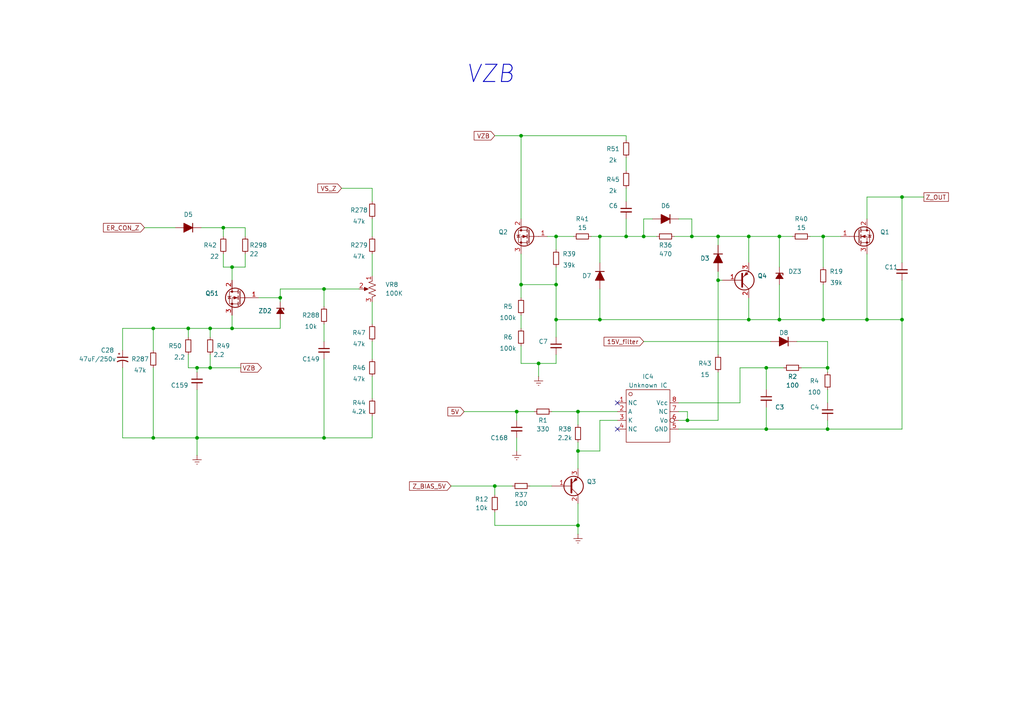
<source format=kicad_sch>
(kicad_sch (version 20231120) (generator "eeschema") (generator_version "8.0")
  (paper "A4")
  (title_block (title "X BOARD LG PLASMA TV PANEL") (date "2025-04-03") (rev "1.0") (comment 1 "Author: Fábio Pereira da Silva") (comment 2 "VZB"))
  (lib_symbols
    (symbol "Device:C_Polarized_Small_US" (pin_numbers hide) (pin_names (offset 0.254) hide)
      (property "Reference" "C" (at 0.254 1.778 0))
      (property "Value" "C_Polarized_Small_US" (at 0.254 -2.032 0))
      (symbol "C_Polarized_Small_US_0_1"
        (polyline (pts (xy -1.524 0.508) (xy 1.524 0.508)) (stroke (width 0.3048)))
        (polyline (pts (xy -1.27 1.524) (xy -0.762 1.524)))
        (polyline (pts (xy -1.016 1.27) (xy -1.016 1.778)))
        (arc (start 1.524 -0.762) (mid 0 -0.3734) (end -1.524 -0.762) (stroke (width 0.3048)))
      )
      (symbol "C_Polarized_Small_US_1_1"
        (pin passive line (at 0 2.54 270) (length 2.032) (name "~") (number "1"))
        (pin passive line (at 0 -2.54 90) (length 2.032) (name "~") (number "2"))
      )
    )
    (symbol "Device:C_Small" (pin_numbers hide) (pin_names (offset 0.254) hide)
      (property "Reference" "C" (at 0.254 1.778 0))
      (property "Value" "C_Small" (at 0.254 -2.032 0))
      (symbol "C_Small_0_1"
        (polyline (pts (xy -1.524 -0.508) (xy 1.524 -0.508)) (stroke (width 0.3302)))
        (polyline (pts (xy -1.524 0.508) (xy 1.524 0.508)) (stroke (width 0.3048)))
      )
      (symbol "C_Small_1_1"
        (pin passive line (at 0 2.54 270) (length 2.032) (name "~") (number "1"))
        (pin passive line (at 0 -2.54 90) (length 2.032) (name "~") (number "2"))
      )
    )
    (symbol "Device:D_Filled" (pin_numbers hide) (pin_names (offset 1.016) hide)
      (property "Reference" "D" (at 0 2.54 0))
      (property "Value" "D_Filled" (at 0 -2.54 0))
      (symbol "D_Filled_0_1"
        (polyline (pts (xy -1.27 1.27) (xy -1.27 -1.27)) (stroke (width 0.254)))
        (polyline (pts (xy 1.27 0) (xy -1.27 0)))
        (polyline (pts (xy 1.27 1.27) (xy 1.27 -1.27) (xy -1.27 0) (xy 1.27 1.27)) (stroke (width 0.254)) (fill (type outline)))
      )
      (symbol "D_Filled_1_1"
        (pin passive line (at -3.81 0 0) (length 2.54) (name "K") (number "1"))
        (pin passive line (at 3.81 0 180) (length 2.54) (name "A") (number "2"))
      )
    )
    (symbol "Device:D_Zener_Small_Filled" (pin_numbers hide) (pin_names (offset 0.254) hide)
      (property "Reference" "D" (at 0 2.286 0))
      (property "Value" "D_Zener_Small_Filled" (at 0 -2.286 0))
      (symbol "D_Zener_Small_Filled_0_1"
        (polyline (pts (xy 0.762 0) (xy -0.762 0)))
        (polyline (pts (xy -0.254 1.016) (xy -0.762 1.016) (xy -0.762 -1.016)) (stroke (width 0.254)))
        (polyline (pts (xy 0.762 1.016) (xy -0.762 0) (xy 0.762 -1.016) (xy 0.762 1.016)) (stroke (width 0.254)) (fill (type outline)))
      )
      (symbol "D_Zener_Small_Filled_1_1"
        (pin passive line (at -2.54 0 0) (length 1.778) (name "K") (number "1"))
        (pin passive line (at 2.54 0 180) (length 1.778) (name "A") (number "2"))
      )
    )
    (symbol "Device:Q_NMOS_GDS" (pin_names (offset 0) hide)
      (property "Reference" "Q" (at 5.08 1.27 0))
      (property "Value" "Q_NMOS_GDS" (at 5.08 -1.27 0))
      (symbol "Q_NMOS_GDS_0_1"
        (polyline (pts (xy 0.254 0) (xy -2.54 0)))
        (polyline (pts (xy 0.254 1.905) (xy 0.254 -1.905)) (stroke (width 0.254)))
        (polyline (pts (xy 0.762 -1.27) (xy 0.762 -2.286)) (stroke (width 0.254)))
        (polyline (pts (xy 0.762 0.508) (xy 0.762 -0.508)) (stroke (width 0.254)))
        (polyline (pts (xy 0.762 2.286) (xy 0.762 1.27)) (stroke (width 0.254)))
        (polyline (pts (xy 2.54 2.54) (xy 2.54 1.778)))
        (polyline (pts (xy 2.54 -2.54) (xy 2.54 0) (xy 0.762 0)))
        (polyline (pts (xy 0.762 -1.778) (xy 3.302 -1.778) (xy 3.302 1.778) (xy 0.762 1.778)))
        (polyline (pts (xy 1.016 0) (xy 2.032 0.381) (xy 2.032 -0.381) (xy 1.016 0)) (fill (type outline)))
        (polyline (pts (xy 2.794 0.508) (xy 2.921 0.381) (xy 3.683 0.381) (xy 3.81 0.254)))
        (polyline (pts (xy 3.302 0.381) (xy 2.921 -0.254) (xy 3.683 -0.254) (xy 3.302 0.381)))
        (circle (center 1.651 0) (radius 2.794) (stroke (width 0.254)))
        (circle (center 2.54 -1.778) (radius 0.254) (fill (type outline)))
        (circle (center 2.54 1.778) (radius 0.254) (fill (type outline)))
      )
      (symbol "Q_NMOS_GDS_1_1"
        (pin input line (at -5.08 0 0) (length 2.54) (name "G") (number "1"))
        (pin passive line (at 2.54 5.08 270) (length 2.54) (name "D") (number "2"))
        (pin passive line (at 2.54 -5.08 90) (length 2.54) (name "S") (number "3"))
      )
    )
    (symbol "Device:Q_PNP_BCE" (pin_names (offset 0) hide)
      (property "Reference" "Q" (at 5.08 1.27 0))
      (property "Value" "Q_PNP_BCE" (at 5.08 -1.27 0))
      (symbol "Q_PNP_BCE_0_1"
        (polyline (pts (xy 0.635 0.635) (xy 2.54 2.54)))
        (polyline (pts (xy 0.635 -0.635) (xy 2.54 -2.54) (xy 2.54 -2.54)))
        (polyline (pts (xy 0.635 1.905) (xy 0.635 -1.905) (xy 0.635 -1.905)) (stroke (width 0.508)))
        (polyline (pts (xy 2.286 -1.778) (xy 1.778 -2.286) (xy 1.27 -1.27) (xy 2.286 -1.778) (xy 2.286 -1.778)) (fill (type outline)))
        (circle (center 1.27 0) (radius 2.8194) (stroke (width 0.254)))
      )
      (symbol "Q_PNP_BCE_1_1"
        (pin input line (at -5.08 0 0) (length 5.715) (name "B") (number "1"))
        (pin passive line (at 2.54 5.08 270) (length 2.54) (name "C") (number "2"))
        (pin passive line (at 2.54 -5.08 90) (length 2.54) (name "E") (number "3"))
      )
    )
    (symbol "Device:R_Potentiometer_US" (pin_names (offset 1.016) hide)
      (property "Reference" "RV" (at -4.445 0 90))
      (property "Value" "R_Potentiometer_US" (at -2.54 0 90))
      (symbol "R_Potentiometer_US_0_1"
        (polyline (pts (xy 0 -2.286) (xy 0 -2.54)))
        (polyline (pts (xy 0 2.54) (xy 0 2.286)))
        (polyline (pts (xy 2.54 0) (xy 1.524 0)))
        (polyline (pts (xy 1.143 0) (xy 2.286 0.508) (xy 2.286 -0.508) (xy 1.143 0)) (fill (type outline)))
        (polyline (pts (xy 0 -0.762) (xy 1.016 -1.143) (xy 0 -1.524) (xy -1.016 -1.905) (xy 0 -2.286)))
        (polyline (pts (xy 0 0.762) (xy 1.016 0.381) (xy 0 0) (xy -1.016 -0.381) (xy 0 -0.762)))
        (polyline (pts (xy 0 2.286) (xy 1.016 1.905) (xy 0 1.524) (xy -1.016 1.143) (xy 0 0.762)))
      )
      (symbol "R_Potentiometer_US_1_1"
        (pin passive line (at 0 3.81 270) (length 1.27) (name "1") (number "1"))
        (pin passive line (at 3.81 0 180) (length 1.27) (name "2") (number "2"))
        (pin passive line (at 0 -3.81 90) (length 1.27) (name "3") (number "3"))
      )
    )
    (symbol "Device:R_Small" (pin_numbers hide) (pin_names (offset 0.254) hide)
      (property "Reference" "R" (at 0.762 0.508 0))
      (property "Value" "R_Small" (at 0.762 -1.016 0))
      (symbol "R_Small_0_1"
        (rectangle (start -0.762 1.778) (end 0.762 -1.778) (stroke (width 0.2032)))
      )
      (symbol "R_Small_1_1"
        (pin passive line (at 0 2.54 270) (length 0.762) (name "~") (number "1"))
        (pin passive line (at 0 -2.54 90) (length 0.762) (name "~") (number "2"))
      )
    )
    (symbol "irf_s21850:3411918"
      (property "Reference" "U" (at 0 1.016 0))
      (symbol "3411918_0_1"
        (rectangle (start -6.35 0) (end 6.35 -15.24))
        (circle (center -5.08 -1.27) (radius 0.5))
      )
      (symbol "3411918_1_1"
        (pin free line (at -8.89 -3.81 0) (length 2.54) (name "NC") (number "1"))
        (pin passive line (at -8.89 -6.35 0) (length 2.54) (name "A") (number "2"))
        (pin passive line (at -8.89 -8.89 0) (length 2.54) (name "K") (number "3"))
        (pin free line (at -8.89 -11.43 0) (length 2.54) (name "NC") (number "4"))
        (pin power_in line (at 8.89 -11.43 180) (length 2.54) (name "GND") (number "5"))
        (pin passive inverted (at 8.89 -8.89 180) (length 2.54) (name "Vo") (number "6"))
        (pin free line (at 8.89 -6.35 180) (length 2.54) (name "NC") (number "7"))
        (pin power_in line (at 8.89 -3.81 180) (length 2.54) (name "Vcc") (number "8"))
      )
    )
    (symbol "power:Earth" (power) (pin_numbers hide) (pin_names (offset 0) hide)
      (property "Value" "Earth" (at 0 -3.81 0))
      (symbol "Earth_0_1"
        (polyline (pts (xy -0.635 -1.905) (xy 0.635 -1.905)))
        (polyline (pts (xy -0.127 -2.54) (xy 0.127 -2.54)))
        (polyline (pts (xy 0 -1.27) (xy 0 0)))
        (polyline (pts (xy 1.27 -1.27) (xy -1.27 -1.27)))
      )
      (symbol "Earth_1_1"
        (pin power_in line (at 0 0 270) (length 0) (name "~") (number "1"))
      )
    )
  )
  (junction (at 57.15 106.68))
  (junction (at 173.99 68.58))
  (junction (at 251.46 92.71))
  (junction (at 64.77 66.04))
  (junction (at 167.64 152.4))
  (junction (at 240.03 124.46))
  (junction (at 93.98 127))
  (junction (at 161.29 68.58))
  (junction (at 167.64 119.38))
  (junction (at 238.76 92.71))
  (junction (at 57.15 127))
  (junction (at 200.66 68.58))
  (junction (at 151.13 82.55))
  (junction (at 60.96 106.68))
  (junction (at 208.28 81.28))
  (junction (at 161.29 82.55))
  (junction (at 81.28 86.36))
  (junction (at 222.25 124.46))
  (junction (at 208.28 68.58))
  (junction (at 60.96 95.25))
  (junction (at 143.51 140.97))
  (junction (at 217.17 68.58))
  (junction (at 217.17 92.71))
  (junction (at 151.13 39.37))
  (junction (at 149.86 119.38))
  (junction (at 226.06 92.71))
  (junction (at 186.69 68.58))
  (junction (at 173.99 92.71))
  (junction (at 93.98 83.82))
  (junction (at 181.61 68.58))
  (junction (at 199.39 121.92))
  (junction (at 240.03 106.68))
  (junction (at 238.76 68.58))
  (junction (at 167.64 130.81))
  (junction (at 261.62 92.71))
  (junction (at 261.62 57.15))
  (junction (at 156.21 105.41))
  (junction (at 67.31 77.47))
  (junction (at 44.45 95.25))
  (junction (at 226.06 68.58))
  (junction (at 222.25 106.68))
  (junction (at 44.45 127))
  (junction (at 54.61 95.25))
  (junction (at 161.29 92.71))
  (junction (at 67.31 95.25))
  (no_connect (at 179.07 116.84))
  (no_connect (at 179.07 124.46))
  (wire (pts (xy 143.51 152.4) (xy 167.64 152.4)))
  (wire (pts (xy 151.13 73.66) (xy 151.13 82.55)))
  (wire (pts (xy 57.15 127) (xy 57.15 132.08)))
  (wire (pts (xy 151.13 82.55) (xy 161.29 82.55)))
  (wire (pts (xy 149.86 119.38) (xy 149.86 121.92)))
  (wire (pts (xy 251.46 73.66) (xy 251.46 92.71)))
  (wire (pts (xy 226.06 68.58) (xy 217.17 68.58)))
  (wire (pts (xy 81.28 83.82) (xy 81.28 86.36)))
  (wire (pts (xy 93.98 104.14) (xy 93.98 127)))
  (wire (pts (xy 222.25 118.11) (xy 222.25 124.46)))
  (wire (pts (xy 57.15 106.68) (xy 57.15 107.95)))
  (wire (pts (xy 238.76 92.71) (xy 226.06 92.71)))
  (wire (pts (xy 196.85 121.92) (xy 199.39 121.92)))
  (wire (pts (xy 93.98 93.98) (xy 93.98 99.06)))
  (wire (pts (xy 54.61 106.68) (xy 54.61 102.87)))
  (wire (pts (xy 208.28 71.12) (xy 208.28 68.58)))
  (wire (pts (xy 238.76 82.55) (xy 238.76 92.71)))
  (wire (pts (xy 208.28 121.92) (xy 199.39 121.92)))
  (wire (pts (xy 209.55 81.28) (xy 208.28 81.28)))
  (wire (pts (xy 200.66 68.58) (xy 195.58 68.58)))
  (wire (pts (xy 186.69 99.06) (xy 223.52 99.06)))
  (wire (pts (xy 214.63 106.68) (xy 214.63 116.84)))
  (wire (pts (xy 161.29 105.41) (xy 156.21 105.41)))
  (wire (pts (xy 186.69 68.58) (xy 181.61 68.58)))
  (wire (pts (xy 240.03 113.03) (xy 240.03 116.84)))
  (wire (pts (xy 151.13 105.41) (xy 151.13 100.33)))
  (wire (pts (xy 57.15 113.03) (xy 57.15 127)))
  (wire (pts (xy 60.96 102.87) (xy 60.96 106.68)))
  (wire (pts (xy 261.62 92.71) (xy 251.46 92.71)))
  (wire (pts (xy 64.77 66.04) (xy 71.12 66.04)))
  (wire (pts (xy 189.23 63.5) (xy 186.69 63.5)))
  (wire (pts (xy 107.95 54.61) (xy 107.95 58.42)))
  (wire (pts (xy 186.69 63.5) (xy 186.69 68.58)))
  (wire (pts (xy 161.29 92.71) (xy 161.29 97.79)))
  (wire (pts (xy 93.98 127) (xy 107.95 127)))
  (wire (pts (xy 44.45 106.68) (xy 44.45 127)))
  (wire (pts (xy 226.06 68.58) (xy 229.87 68.58)))
  (wire (pts (xy 57.15 127) (xy 93.98 127)))
  (wire (pts (xy 44.45 95.25) (xy 44.45 101.6)))
  (wire (pts (xy 222.25 124.46) (xy 240.03 124.46)))
  (wire (pts (xy 60.96 95.25) (xy 60.96 97.79)))
  (wire (pts (xy 222.25 106.68) (xy 214.63 106.68)))
  (wire (pts (xy 54.61 95.25) (xy 54.61 97.79)))
  (wire (pts (xy 143.51 140.97) (xy 143.51 143.51)))
  (wire (pts (xy 217.17 86.36) (xy 217.17 92.71)))
  (wire (pts (xy 200.66 63.5) (xy 200.66 68.58)))
  (wire (pts (xy 261.62 57.15) (xy 251.46 57.15)))
  (wire (pts (xy 151.13 39.37) (xy 181.61 39.37)))
  (wire (pts (xy 251.46 92.71) (xy 238.76 92.71)))
  (wire (pts (xy 54.61 95.25) (xy 60.96 95.25)))
  (wire (pts (xy 151.13 82.55) (xy 151.13 86.36)))
  (wire (pts (xy 173.99 130.81) (xy 173.99 121.92)))
  (wire (pts (xy 217.17 76.2) (xy 217.17 68.58)))
  (wire (pts (xy 161.29 68.58) (xy 161.29 72.39)))
  (wire (pts (xy 107.95 63.5) (xy 107.95 68.58)))
  (wire (pts (xy 158.75 68.58) (xy 161.29 68.58)))
  (wire (pts (xy 240.03 121.92) (xy 240.03 124.46)))
  (wire (pts (xy 67.31 95.25) (xy 67.31 91.44)))
  (wire (pts (xy 167.64 146.05) (xy 167.64 152.4)))
  (wire (pts (xy 181.61 68.58) (xy 181.61 63.5)))
  (wire (pts (xy 44.45 95.25) (xy 54.61 95.25)))
  (wire (pts (xy 156.21 105.41) (xy 156.21 109.22)))
  (wire (pts (xy 173.99 92.71) (xy 217.17 92.71)))
  (wire (pts (xy 261.62 81.28) (xy 261.62 92.71)))
  (wire (pts (xy 167.64 119.38) (xy 167.64 123.19)))
  (wire (pts (xy 214.63 116.84) (xy 196.85 116.84)))
  (wire (pts (xy 167.64 130.81) (xy 167.64 128.27)))
  (wire (pts (xy 44.45 127) (xy 57.15 127)))
  (wire (pts (xy 71.12 66.04) (xy 71.12 68.58)))
  (wire (pts (xy 60.96 106.68) (xy 69.85 106.68)))
  (wire (pts (xy 161.29 82.55) (xy 161.29 92.71)))
  (wire (pts (xy 208.28 107.95) (xy 208.28 121.92)))
  (wire (pts (xy 57.15 106.68) (xy 60.96 106.68)))
  (wire (pts (xy 130.81 140.97) (xy 143.51 140.97)))
  (wire (pts (xy 161.29 92.71) (xy 173.99 92.71)))
  (wire (pts (xy 200.66 68.58) (xy 208.28 68.58)))
  (wire (pts (xy 222.25 106.68) (xy 227.33 106.68)))
  (wire (pts (xy 93.98 83.82) (xy 104.14 83.82)))
  (wire (pts (xy 167.64 130.81) (xy 167.64 135.89)))
  (wire (pts (xy 190.5 68.58) (xy 186.69 68.58)))
  (wire (pts (xy 181.61 39.37) (xy 181.61 40.64)))
  (wire (pts (xy 217.17 68.58) (xy 208.28 68.58)))
  (wire (pts (xy 160.02 119.38) (xy 167.64 119.38)))
  (wire (pts (xy 181.61 45.72) (xy 181.61 49.53)))
  (wire (pts (xy 81.28 86.36) (xy 81.28 87.63)))
  (wire (pts (xy 41.91 66.04) (xy 50.8 66.04)))
  (wire (pts (xy 67.31 77.47) (xy 67.31 81.28)))
  (wire (pts (xy 232.41 106.68) (xy 240.03 106.68)))
  (wire (pts (xy 60.96 95.25) (xy 67.31 95.25)))
  (wire (pts (xy 35.56 127) (xy 44.45 127)))
  (wire (pts (xy 64.77 77.47) (xy 67.31 77.47)))
  (wire (pts (xy 149.86 127) (xy 149.86 130.81)))
  (wire (pts (xy 149.86 119.38) (xy 154.94 119.38)))
  (wire (pts (xy 35.56 101.6) (xy 35.56 95.25)))
  (wire (pts (xy 35.56 95.25) (xy 44.45 95.25)))
  (wire (pts (xy 208.28 81.28) (xy 208.28 78.74)))
  (wire (pts (xy 161.29 68.58) (xy 166.37 68.58)))
  (wire (pts (xy 173.99 68.58) (xy 181.61 68.58)))
  (wire (pts (xy 226.06 92.71) (xy 217.17 92.71)))
  (wire (pts (xy 134.62 119.38) (xy 149.86 119.38)))
  (wire (pts (xy 153.67 140.97) (xy 160.02 140.97)))
  (wire (pts (xy 196.85 63.5) (xy 200.66 63.5)))
  (wire (pts (xy 181.61 54.61) (xy 181.61 58.42)))
  (wire (pts (xy 71.12 73.66) (xy 71.12 77.47)))
  (wire (pts (xy 196.85 124.46) (xy 222.25 124.46)))
  (wire (pts (xy 261.62 57.15) (xy 267.97 57.15)))
  (wire (pts (xy 81.28 92.71) (xy 81.28 95.25)))
  (wire (pts (xy 107.95 99.06) (xy 107.95 104.14)))
  (wire (pts (xy 173.99 68.58) (xy 173.99 76.2)))
  (wire (pts (xy 226.06 77.47) (xy 226.06 68.58)))
  (wire (pts (xy 171.45 68.58) (xy 173.99 68.58)))
  (wire (pts (xy 261.62 124.46) (xy 261.62 92.71)))
  (wire (pts (xy 167.64 152.4) (xy 167.64 154.94)))
  (wire (pts (xy 81.28 83.82) (xy 93.98 83.82)))
  (wire (pts (xy 234.95 68.58) (xy 238.76 68.58)))
  (wire (pts (xy 251.46 57.15) (xy 251.46 63.5)))
  (wire (pts (xy 167.64 130.81) (xy 173.99 130.81)))
  (wire (pts (xy 99.06 54.61) (xy 107.95 54.61)))
  (wire (pts (xy 74.93 86.36) (xy 81.28 86.36)))
  (wire (pts (xy 67.31 95.25) (xy 81.28 95.25)))
  (wire (pts (xy 199.39 121.92) (xy 199.39 119.38)))
  (wire (pts (xy 67.31 77.47) (xy 71.12 77.47)))
  (wire (pts (xy 173.99 121.92) (xy 179.07 121.92)))
  (wire (pts (xy 143.51 148.59) (xy 143.51 152.4)))
  (wire (pts (xy 240.03 124.46) (xy 261.62 124.46)))
  (wire (pts (xy 107.95 109.22) (xy 107.95 115.57)))
  (wire (pts (xy 148.59 140.97) (xy 143.51 140.97)))
  (wire (pts (xy 167.64 119.38) (xy 179.07 119.38)))
  (wire (pts (xy 226.06 82.55) (xy 226.06 92.71)))
  (wire (pts (xy 107.95 73.66) (xy 107.95 80.01)))
  (wire (pts (xy 107.95 120.65) (xy 107.95 127)))
  (wire (pts (xy 54.61 106.68) (xy 57.15 106.68)))
  (wire (pts (xy 107.95 87.63) (xy 107.95 93.98)))
  (wire (pts (xy 173.99 83.82) (xy 173.99 92.71)))
  (wire (pts (xy 240.03 99.06) (xy 240.03 106.68)))
  (wire (pts (xy 240.03 106.68) (xy 240.03 107.95)))
  (wire (pts (xy 93.98 83.82) (xy 93.98 88.9)))
  (wire (pts (xy 196.85 119.38) (xy 199.39 119.38)))
  (wire (pts (xy 64.77 66.04) (xy 64.77 68.58)))
  (wire (pts (xy 58.42 66.04) (xy 64.77 66.04)))
  (wire (pts (xy 161.29 102.87) (xy 161.29 105.41)))
  (wire (pts (xy 222.25 113.03) (xy 222.25 106.68)))
  (wire (pts (xy 64.77 77.47) (xy 64.77 73.66)))
  (wire (pts (xy 261.62 76.2) (xy 261.62 57.15)))
  (wire (pts (xy 208.28 81.28) (xy 208.28 102.87)))
  (wire (pts (xy 161.29 82.55) (xy 161.29 77.47)))
  (wire (pts (xy 35.56 106.68) (xy 35.56 127)))
  (wire (pts (xy 231.14 99.06) (xy 240.03 99.06)))
  (wire (pts (xy 238.76 68.58) (xy 243.84 68.58)))
  (wire (pts (xy 151.13 91.44) (xy 151.13 95.25)))
  (wire (pts (xy 238.76 77.47) (xy 238.76 68.58)))
  (wire (pts (xy 156.21 105.41) (xy 151.13 105.41)))
  (wire (pts (xy 143.51 39.37) (xy 151.13 39.37)))
  (wire (pts (xy 151.13 39.37) (xy 151.13 63.5)))
  (text "VZB" (at 142.24 21.59 0) (effects (font (size 5 5) (thickness 0.254) (bold yes) (italic yes))))
  (global_label "5V" (shape input) (at 134.62 119.38 180) (property "Intersheetrefs" "${INTERSHEET_REFS}" (effects (hide yes))))
  (global_label "Z_OUT" (shape passive) (at 267.97 57.15 0) (property "Intersheetrefs" "${INTERSHEET_REFS}" (effects (hide yes))))
  (global_label "ER_CON_Z" (shape input) (at 41.91 66.04 180) (property "Intersheetrefs" "${INTERSHEET_REFS}" (effects (hide yes))))
  (global_label "VZB" (shape output) (at 69.85 106.68 0) (property "Intersheetrefs" "${INTERSHEET_REFS}" (effects (hide yes))))
  (global_label "VZB" (shape input) (at 143.51 39.37 180) (property "Intersheetrefs" "${INTERSHEET_REFS}" (effects (hide yes))))
  (global_label "VS_Z" (shape input) (at 99.06 54.61 180) (property "Intersheetrefs" "${INTERSHEET_REFS}" (effects (hide yes))))
  (global_label "15V_filter" (shape input) (at 186.69 99.06 180) (property "Intersheetrefs" "${INTERSHEET_REFS}" (effects (hide yes))))
  (global_label "Z_BIAS_5V" (shape input) (at 130.81 140.97 180) (property "Intersheetrefs" "${INTERSHEET_REFS}" (effects (hide yes))))
  (symbol (lib_id "Device:R_Small") (at 229.87 106.68 90) (unit 1)
    (property "Reference" "R2" (at 229.87 109.22 90))
    (property "Value" "100" (at 229.87 111.76 90))
    (property "Description" "Resistor, small symbol" (effects (hide yes)))
  )
  (symbol (lib_id "Device:D_Filled") (at 227.33 99.06 0) (mirror y) (unit 1)
    (property "Reference" "D8" (at 227.33 96.52 0))
    (property "Value" "D_Filled" (effects (hide yes)))
    (property "Description" "Diode, filled shape" (effects (hide yes)))
    (property "Sim.Device" "D" (effects (hide yes)))
    (property "Sim.Pins" "1=K 2=A" (effects (hide yes)))
  )
  (symbol (lib_id "Device:R_Small") (at 232.41 68.58 90) (unit 1)
    (property "Reference" "R40" (at 232.41 63.5 90))
    (property "Value" "15" (at 232.41 66.04 90))
    (property "Description" "Resistor, small symbol" (effects (hide yes)))
  )
  (symbol (lib_id "Device:R_Small") (at 168.91 68.58 90) (unit 1)
    (property "Reference" "R41" (at 168.91 63.5 90))
    (property "Value" "15" (at 168.91 66.04 90))
    (property "Description" "Resistor, small symbol" (effects (hide yes)))
  )
  (symbol (lib_id "Device:R_Small") (at 107.95 118.11 0) (unit 1)
    (property "Reference" "R44" (at 104.14 116.84 0))
    (property "Value" "4.2k" (at 104.14 119.38 0))
    (property "Description" "Resistor, small symbol" (effects (hide yes)))
  )
  (symbol (lib_id "Device:R_Small") (at 151.13 97.79 180) (unit 1)
    (property "Reference" "R6" (at 147.32 97.79 0))
    (property "Value" "100k" (at 147.32 100.33 0) (effects (justify bottom)))
    (property "Description" "Resistor, small symbol" (effects (hide yes)))
  )
  (symbol (lib_id "power:Earth") (at 57.15 132.08 0) (unit 1)
    (property "Reference" "#PWR11" (effects (hide yes)))
    (property "Value" "Earth" (effects (hide yes)))
    (property "Description" "Power symbol creates a global label with name \"Earth\"" (effects (hide yes)))
  )
  (symbol (lib_id "Device:D_Zener_Small_Filled") (at 226.06 80.01 270) (unit 1)
    (property "Reference" "DZ3" (at 228.6 78.7399 90) (effects (justify left)))
    (property "Value" "D_Zener_Small_Filled" (effects (hide yes)))
    (property "Description" "Zener diode, small symbol, filled shape" (effects (hide yes)))
  )
  (symbol (lib_id "Device:R_Small") (at 238.76 80.01 180) (unit 1)
    (property "Reference" "R19" (at 242.57 78.74 0))
    (property "Value" "39k" (at 242.57 81.28 0) (effects (justify bottom)))
    (property "Description" "Resistor, small symbol" (effects (hide yes)))
  )
  (symbol (lib_id "Device:D_Filled") (at 208.28 74.93 90) (mirror x) (unit 1)
    (property "Reference" "D3" (at 204.47 74.93 90))
    (property "Value" "D_Filled" (effects (hide yes)))
    (property "Description" "Diode, filled shape" (effects (hide yes)))
    (property "Sim.Device" "D" (effects (hide yes)))
    (property "Sim.Pins" "1=K 2=A" (effects (hide yes)))
  )
  (symbol (lib_id "Device:R_Small") (at 208.28 105.41 180) (unit 1)
    (property "Reference" "R43" (at 204.47 105.41 0))
    (property "Value" "15" (at 204.47 107.95 0) (effects (justify bottom)))
    (property "Description" "Resistor, small symbol" (effects (hide yes)))
  )
  (symbol (lib_id "Device:C_Polarized_Small_US") (at 35.56 104.14 0) (unit 1)
    (property "Reference" "C28" (at 29.21 101.6 0) (effects (justify left)))
    (property "Value" "47uF/250v" (at 22.86 104.14 0) (effects (justify left)))
    (property "Description" "Polarized capacitor, small US symbol" (effects (hide yes)))
  )
  (symbol (lib_id "Device:D_Zener_Small_Filled") (at 81.28 90.17 270) (unit 1)
    (property "Reference" "ZD2" (at 74.93 90.17 90) (effects (justify left)))
    (property "Value" "D_Zener_Small_Filled" (effects (hide yes)))
    (property "Description" "Zener diode, small symbol, filled shape" (effects (hide yes)))
  )
  (symbol (lib_id "Device:R_Small") (at 151.13 140.97 90) (unit 1)
    (property "Reference" "R37" (at 151.13 143.51 90))
    (property "Value" "100" (at 151.13 146.05 90))
    (property "Description" "Resistor, small symbol" (effects (hide yes)))
  )
  (symbol (lib_id "Device:C_Small") (at 57.15 110.49 0) (unit 1)
    (property "Reference" "C159" (at 49.53 111.76 0) (effects (justify left)))
    (property "Value" "C_Small" (effects (hide yes)))
    (property "Description" "Unpolarized capacitor, small symbol" (effects (hide yes)))
  )
  (symbol (lib_id "Device:C_Small") (at 161.29 100.33 0) (unit 1)
    (property "Reference" "C7" (at 156.21 99.06 0) (effects (justify left)))
    (property "Value" "C_Small" (effects (hide yes)))
    (property "Description" "Unpolarized capacitor, small symbol" (effects (hide yes)))
  )
  (symbol (lib_id "Device:R_Small") (at 161.29 74.93 180) (unit 1)
    (property "Reference" "R39" (at 165.1 73.66 0))
    (property "Value" "39k" (at 165.1 76.2 0) (effects (justify bottom)))
    (property "Description" "Resistor, small symbol" (effects (hide yes)))
  )
  (symbol (lib_id "Device:R_Small") (at 64.77 71.12 180) (unit 1)
    (property "Reference" "R42" (at 60.96 71.12 0))
    (property "Value" "22" (at 62.23 73.66 0) (effects (justify bottom)))
    (property "Description" "Resistor, small symbol" (effects (hide yes)))
  )
  (symbol (lib_id "irf_s21850:3411918") (at 187.96 113.03 0) (unit 1)
    (property "Reference" "IC4" (at 187.96 109.22 0))
    (property "Value" "Unknown IC" (at 187.96 111.76 0))
  )
  (symbol (lib_id "Device:Q_PNP_BCE") (at 214.63 81.28 0) (mirror x) (unit 1)
    (property "Reference" "Q4" (at 219.71 80.0099 0) (effects (justify left)))
    (property "Value" "Q_PNP_BCE" (effects (hide yes)))
    (property "Description" "PNP transistor, base/collector/emitter" (effects (hide yes)))
  )
  (symbol (lib_id "Device:R_Small") (at 143.51 146.05 0) (unit 1)
    (property "Reference" "R12" (at 139.7 144.78 0))
    (property "Value" "10k" (at 139.7 147.32 0))
    (property "Description" "Resistor, small symbol" (effects (hide yes)))
  )
  (symbol (lib_id "Device:Q_NMOS_GDS") (at 69.85 86.36 0) (mirror y) (unit 1)
    (property "Reference" "Q51" (at 63.5 85.0899 0) (effects (justify left)))
    (property "Value" "Q_NMOS_GDS" (effects (hide yes)))
    (property "Footprint" "Package_TO_SOT_SMD:TO-252-2" (effects (hide yes)))
    (property "Description" "N-MOSFET transistor, gate/drain/source" (effects (hide yes)))
  )
  (symbol (lib_id "Device:C_Small") (at 93.98 101.6 0) (unit 1)
    (property "Reference" "C149" (at 87.63 104.14 0) (effects (justify left)))
    (property "Value" "C_Small" (effects (hide yes)))
    (property "Description" "Unpolarized capacitor, small symbol" (effects (hide yes)))
  )
  (symbol (lib_id "Device:R_Small") (at 60.96 100.33 180) (unit 1)
    (property "Reference" "R49" (at 64.77 100.33 0))
    (property "Value" "2.2" (at 63.5 102.87 0))
    (property "Description" "Resistor, small symbol" (effects (hide yes)))
  )
  (symbol (lib_id "Device:R_Small") (at 44.45 104.14 180) (unit 1)
    (property "Reference" "R287" (at 40.64 104.14 0))
    (property "Value" "47k" (at 40.64 106.68 0) (effects (justify bottom)))
    (property "Description" "Resistor, small symbol" (effects (hide yes)))
  )
  (symbol (lib_id "Device:R_Small") (at 167.64 125.73 0) (unit 1)
    (property "Reference" "R38" (at 163.83 124.46 0))
    (property "Value" "2.2k" (at 163.83 127 0))
    (property "Description" "Resistor, small symbol" (effects (hide yes)))
  )
  (symbol (lib_id "Device:R_Small") (at 151.13 88.9 180) (unit 1)
    (property "Reference" "R5" (at 147.32 88.9 0))
    (property "Value" "100k" (at 147.32 91.44 0) (effects (justify bottom)))
    (property "Description" "Resistor, small symbol" (effects (hide yes)))
  )
  (symbol (lib_id "Device:C_Small") (at 261.62 78.74 0) (unit 1)
    (property "Reference" "C11" (at 256.54 77.47 0) (effects (justify left)))
    (property "Value" "C_Small" (effects (hide yes)))
    (property "Description" "Unpolarized capacitor, small symbol" (effects (hide yes)))
  )
  (symbol (lib_id "Device:R_Small") (at 181.61 52.07 180) (unit 1)
    (property "Reference" "R45" (at 177.8 52.07 0))
    (property "Value" "2k" (at 177.8 54.61 0) (effects (justify bottom)))
    (property "Description" "Resistor, small symbol" (effects (hide yes)))
  )
  (symbol (lib_id "Device:Q_NMOS_GDS") (at 153.67 68.58 0) (mirror y) (unit 1)
    (property "Reference" "Q2" (at 147.32 67.3099 0) (effects (justify left)))
    (property "Value" "Q_NMOS_GDS" (effects (hide yes)))
    (property "Footprint" "Package_TO_SOT_SMD:TO-252-2" (effects (hide yes)))
    (property "Description" "N-MOSFET transistor, gate/drain/source" (effects (hide yes)))
  )
  (symbol (lib_id "Device:C_Small") (at 181.61 60.96 0) (unit 1)
    (property "Reference" "C6" (at 176.53 59.69 0) (effects (justify left)))
    (property "Value" "C_Small" (effects (hide yes)))
    (property "Description" "Unpolarized capacitor, small symbol" (effects (hide yes)))
  )
  (symbol (lib_id "power:Earth") (at 167.64 154.94 0) (unit 1)
    (property "Reference" "#PWR14" (effects (hide yes)))
    (property "Value" "Earth" (effects (hide yes)))
    (property "Description" "Power symbol creates a global label with name \"Earth\"" (effects (hide yes)))
  )
  (symbol (lib_id "Device:R_Small") (at 93.98 91.44 180) (unit 1)
    (property "Reference" "R288" (at 90.17 91.44 0))
    (property "Value" "10k" (at 90.17 93.98 0) (effects (justify bottom)))
    (property "Description" "Resistor, small symbol" (effects (hide yes)))
  )
  (symbol (lib_id "Device:C_Small") (at 240.03 119.38 0) (unit 1)
    (property "Reference" "C4" (at 234.95 118.11 0) (effects (justify left)))
    (property "Value" "C_Small" (effects (hide yes)))
    (property "Description" "Unpolarized capacitor, small symbol" (effects (hide yes)))
  )
  (symbol (lib_id "Device:D_Filled") (at 173.99 80.01 90) (mirror x) (unit 1)
    (property "Reference" "D7" (at 170.18 80.01 90))
    (property "Value" "D_Filled" (effects (hide yes)))
    (property "Description" "Diode, filled shape" (effects (hide yes)))
    (property "Sim.Device" "D" (effects (hide yes)))
    (property "Sim.Pins" "1=K 2=A" (effects (hide yes)))
  )
  (symbol (lib_id "Device:R_Small") (at 107.95 60.96 180) (unit 1)
    (property "Reference" "R278" (at 104.14 60.96 0))
    (property "Value" "47k" (at 104.14 63.5 0) (effects (justify bottom)))
    (property "Description" "Resistor, small symbol" (effects (hide yes)))
  )
  (symbol (lib_id "Device:C_Small") (at 222.25 115.57 0) (unit 1)
    (property "Reference" "C3" (at 224.79 118.11 0) (effects (justify left)))
    (property "Value" "C_Small" (effects (hide yes)))
    (property "Description" "Unpolarized capacitor, small symbol" (effects (hide yes)))
  )
  (symbol (lib_id "Device:R_Small") (at 181.61 43.18 180) (unit 1)
    (property "Reference" "R51" (at 177.8 43.18 0))
    (property "Value" "2k" (at 177.8 45.72 0) (effects (justify bottom)))
    (property "Description" "Resistor, small symbol" (effects (hide yes)))
  )
  (symbol (lib_id "Device:R_Small") (at 157.48 119.38 90) (unit 1)
    (property "Reference" "R1" (at 157.48 121.92 90))
    (property "Value" "330" (at 157.48 124.46 90))
    (property "Description" "Resistor, small symbol" (effects (hide yes)))
  )
  (symbol (lib_id "Device:Q_NMOS_GDS") (at 248.92 68.58 0) (unit 1)
    (property "Reference" "Q1" (at 255.27 67.3099 0) (effects (justify left)))
    (property "Value" "Q_NMOS_GDS" (effects (hide yes)))
    (property "Footprint" "Package_TO_SOT_SMD:TO-252-2" (effects (hide yes)))
    (property "Description" "N-MOSFET transistor, gate/drain/source" (effects (hide yes)))
  )
  (symbol (lib_id "power:Earth") (at 149.86 130.81 0) (unit 1)
    (property "Reference" "#PWR13" (effects (hide yes)))
    (property "Value" "Earth" (effects (hide yes)))
    (property "Description" "Power symbol creates a global label with name \"Earth\"" (effects (hide yes)))
  )
  (symbol (lib_id "Device:R_Potentiometer_US") (at 107.95 83.82 0) (mirror y) (unit 1)
    (property "Reference" "VR8" (at 111.76 82.55 0) (effects (justify right)))
    (property "Value" "100K" (at 111.76 85.09 0) (effects (justify right)))
    (property "Description" "Potentiometer, US symbol" (effects (hide yes)))
  )
  (symbol (lib_id "Device:R_Small") (at 107.95 71.12 180) (unit 1)
    (property "Reference" "R279" (at 104.14 71.12 0))
    (property "Value" "47k" (at 104.14 73.66 0) (effects (justify bottom)))
    (property "Description" "Resistor, small symbol" (effects (hide yes)))
  )
  (symbol (lib_id "Device:R_Small") (at 107.95 106.68 180) (unit 1)
    (property "Reference" "R46" (at 104.14 106.68 0))
    (property "Value" "47k" (at 104.14 109.22 0) (effects (justify bottom)))
    (property "Description" "Resistor, small symbol" (effects (hide yes)))
  )
  (symbol (lib_id "power:Earth") (at 156.21 109.22 0) (unit 1)
    (property "Reference" "#PWR12" (effects (hide yes)))
    (property "Value" "Earth" (effects (hide yes)))
    (property "Description" "Power symbol creates a global label with name \"Earth\"" (effects (hide yes)))
  )
  (symbol (lib_id "Device:R_Small") (at 107.95 96.52 180) (unit 1)
    (property "Reference" "R47" (at 104.14 96.52 0))
    (property "Value" "47k" (at 104.14 99.06 0) (effects (justify bottom)))
    (property "Description" "Resistor, small symbol" (effects (hide yes)))
  )
  (symbol (lib_id "Device:C_Small") (at 149.86 124.46 0) (unit 1)
    (property "Reference" "C168" (at 142.24 127 0) (effects (justify left)))
    (property "Value" "C_Small" (effects (hide yes)))
    (property "Description" "Unpolarized capacitor, small symbol" (effects (hide yes)))
  )
  (symbol (lib_id "Device:R_Small") (at 193.04 68.58 90) (unit 1)
    (property "Reference" "R36" (at 193.04 71.12 90))
    (property "Value" "470" (at 193.04 73.66 90))
    (property "Description" "Resistor, small symbol" (effects (hide yes)))
  )
  (symbol (lib_id "Device:R_Small") (at 54.61 100.33 180) (unit 1)
    (property "Reference" "R50" (at 50.8 100.33 0))
    (property "Value" "2.2" (at 52.07 102.87 0) (effects (justify bottom)))
    (property "Description" "Resistor, small symbol" (effects (hide yes)))
  )
  (symbol (lib_id "Device:D_Filled") (at 54.61 66.04 180) (unit 1)
    (property "Reference" "D5" (at 54.61 62.23 0))
    (property "Value" "D_Filled" (effects (hide yes)))
    (property "Description" "Diode, filled shape" (effects (hide yes)))
    (property "Sim.Device" "D" (effects (hide yes)))
    (property "Sim.Pins" "1=K 2=A" (effects (hide yes)))
  )
  (symbol (lib_id "Device:Q_PNP_BCE") (at 165.1 140.97 0) (mirror x) (unit 1)
    (property "Reference" "Q3" (at 170.18 139.6999 0) (effects (justify left)))
    (property "Value" "Q_PNP_BCE" (effects (hide yes)))
    (property "Description" "PNP transistor, base/collector/emitter" (effects (hide yes)))
  )
  (symbol (lib_id "Device:R_Small") (at 71.12 71.12 180) (unit 1)
    (property "Reference" "R298" (at 74.93 71.12 0))
    (property "Value" "22" (at 73.66 73.66 0))
    (property "Description" "Resistor, small symbol" (effects (hide yes)))
  )
  (symbol (lib_id "Device:R_Small") (at 240.03 110.49 180) (unit 1)
    (property "Reference" "R4" (at 236.22 110.49 0))
    (property "Value" "100" (at 236.22 113.03 0) (effects (justify bottom)))
    (property "Description" "Resistor, small symbol" (effects (hide yes)))
  )
  (symbol (lib_id "Device:D_Filled") (at 193.04 63.5 180) (unit 1)
    (property "Reference" "D6" (at 193.04 59.69 0))
    (property "Value" "D_Filled" (effects (hide yes)))
    (property "Description" "Diode, filled shape" (effects (hide yes)))
    (property "Sim.Device" "D" (effects (hide yes)))
    (property "Sim.Pins" "1=K 2=A" (effects (hide yes)))
  )
)
</source>
